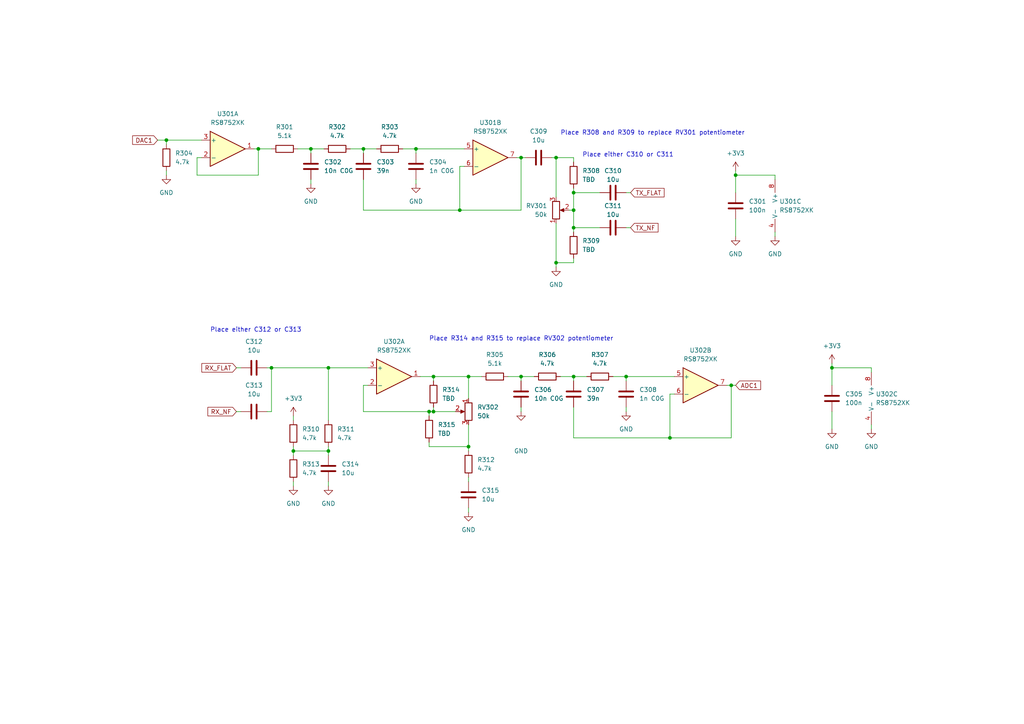
<source format=kicad_sch>
(kicad_sch (version 20211123) (generator eeschema)
  (paper "A4")
  (title_block (title "Bosch KF163 control") (date "2022-01-21") (rev "1") (company "Robin Olejnik") (comment 2 "License: MIT") (comment 3 "www.robinolejnik.com") (comment 4 "https://github.com/robinolejnik/bosch-kf163-control"))
  (lib_symbols
    (symbol "Amplifier_Operational:MCP6002-xSN" (pin_names (offset 0.127))
      (property "Reference" "U" (at 0 5.08 0))
      (property "Value" "MCP6002-xSN" (at 0 -5.08 0))
      (symbol "MCP6002-xSN_1_1"
        (polyline (pts (xy -5.08 5.08) (xy 5.08 0) (xy -5.08 -5.08) (xy -5.08 5.08)) (stroke (width 0.254)) (fill (type background)))
        (pin output line (at 7.62 0 180) (length 2.54) (name "~") (number "1"))
        (pin input line (at -7.62 -2.54 0) (length 2.54) (name "-") (number "2"))
        (pin input line (at -7.62 2.54 0) (length 2.54) (name "+") (number "3"))
      )
      (symbol "MCP6002-xSN_2_1"
        (polyline (pts (xy -5.08 5.08) (xy 5.08 0) (xy -5.08 -5.08) (xy -5.08 5.08)) (stroke (width 0.254)) (fill (type background)))
        (pin input line (at -7.62 2.54 0) (length 2.54) (name "+") (number "5"))
        (pin input line (at -7.62 -2.54 0) (length 2.54) (name "-") (number "6"))
        (pin output line (at 7.62 0 180) (length 2.54) (name "~") (number "7"))
      )
      (symbol "MCP6002-xSN_3_1"
        (pin power_in line (at -2.54 -7.62 90) (length 3.81) (name "V-") (number "4"))
        (pin power_in line (at -2.54 7.62 270) (length 3.81) (name "V+") (number "8"))
      )
    )
    (symbol "Device:C" (pin_numbers hide) (pin_names (offset 0.254))
      (property "Reference" "C" (at 0.635 2.54 0))
      (property "Value" "C" (at 0.635 -2.54 0))
      (symbol "C_0_1"
        (polyline (pts (xy -2.032 -0.762) (xy 2.032 -0.762)) (stroke (width 0.508)))
        (polyline (pts (xy -2.032 0.762) (xy 2.032 0.762)) (stroke (width 0.508)))
      )
      (symbol "C_1_1"
        (pin passive line (at 0 3.81 270) (length 2.794) (name "~") (number "1"))
        (pin passive line (at 0 -3.81 90) (length 2.794) (name "~") (number "2"))
      )
    )
    (symbol "Device:R" (pin_numbers hide) (pin_names (offset 0))
      (property "Reference" "R" (at 2.032 0 90))
      (property "Value" "R" (at 0 0 90))
      (symbol "R_0_1"
        (rectangle (start -1.016 -2.54) (end 1.016 2.54) (stroke (width 0.254)))
      )
      (symbol "R_1_1"
        (pin passive line (at 0 3.81 270) (length 1.27) (name "~") (number "1"))
        (pin passive line (at 0 -3.81 90) (length 1.27) (name "~") (number "2"))
      )
    )
    (symbol "Device:R_Potentiometer" (pin_names (offset 1.016) hide)
      (property "Reference" "RV" (at -4.445 0 90))
      (property "Value" "R_Potentiometer" (at -2.54 0 90))
      (symbol "R_Potentiometer_0_1"
        (polyline (pts (xy 2.54 0) (xy 1.524 0)))
        (polyline (pts (xy 1.143 0) (xy 2.286 0.508) (xy 2.286 -0.508) (xy 1.143 0)) (fill (type outline)))
        (rectangle (start 1.016 2.54) (end -1.016 -2.54) (stroke (width 0.254)))
      )
      (symbol "R_Potentiometer_1_1"
        (pin passive line (at 0 3.81 270) (length 1.27) (name "1") (number "1"))
        (pin passive line (at 3.81 0 180) (length 1.27) (name "2") (number "2"))
        (pin passive line (at 0 -3.81 90) (length 1.27) (name "3") (number "3"))
      )
    )
    (symbol "power:+3.3V" (power) (pin_names (offset 0))
      (property "Value" "+3.3V" (at 0 3.556 0))
      (symbol "+3.3V_0_1"
        (polyline (pts (xy -0.762 1.27) (xy 0 2.54)))
        (polyline (pts (xy 0 0) (xy 0 2.54)))
        (polyline (pts (xy 0 2.54) (xy 0.762 1.27)))
      )
      (symbol "+3.3V_1_1"
        (pin power_in line (at 0 0 90) (length 0) hide (name "+3V3") (number "1"))
      )
    )
    (symbol "power:GND" (power) (pin_names (offset 0))
      (property "Value" "GND" (at 0 -3.81 0))
      (symbol "GND_0_1"
        (polyline (pts (xy 0 0) (xy 0 -1.27) (xy 1.27 -1.27) (xy 0 -2.54) (xy -1.27 -1.27) (xy 0 -1.27)))
      )
      (symbol "GND_1_1"
        (pin power_in line (at 0 0 270) (length 0) hide (name "GND") (number "1"))
      )
    )
  )
  (junction (at 120.65 43.18))
  (junction (at 95.25 106.68))
  (junction (at 135.89 109.22))
  (junction (at 78.74 106.68))
  (junction (at 161.29 45.72))
  (junction (at 105.41 43.18))
  (junction (at 133.35 60.96))
  (junction (at 166.37 55.88))
  (junction (at 48.26 40.64))
  (junction (at 181.61 109.22))
  (junction (at 151.13 109.22))
  (junction (at 213.36 50.8))
  (junction (at 151.13 45.72))
  (junction (at 241.3 106.68))
  (junction (at 166.37 109.22))
  (junction (at 95.25 130.81))
  (junction (at 74.93 43.18))
  (junction (at 161.29 76.2))
  (junction (at 212.09 111.76))
  (junction (at 124.46 119.38))
  (junction (at 90.17 43.18))
  (junction (at 125.73 119.38))
  (junction (at 166.37 60.96))
  (junction (at 135.89 129.54))
  (junction (at 85.09 130.81))
  (junction (at 194.31 127))
  (junction (at 166.37 66.04))
  (junction (at 125.73 109.22))
  (wire (pts (xy 85.09 140.97) (xy 85.09 139.7)))
  (wire (pts (xy 151.13 60.96) (xy 133.35 60.96)))
  (wire (pts (xy 124.46 119.38) (xy 124.46 120.65)))
  (wire (pts (xy 74.93 50.8) (xy 74.93 43.18)))
  (wire (pts (xy 135.89 109.22) (xy 139.7 109.22)))
  (wire (pts (xy 120.65 43.18) (xy 134.62 43.18)))
  (wire (pts (xy 95.25 106.68) (xy 106.68 106.68)))
  (wire (pts (xy 161.29 45.72) (xy 166.37 45.72)))
  (wire (pts (xy 78.74 119.38) (xy 78.74 106.68)))
  (wire (pts (xy 77.47 119.38) (xy 78.74 119.38)))
  (wire (pts (xy 58.42 45.72) (xy 57.15 45.72)))
  (wire (pts (xy 78.74 106.68) (xy 95.25 106.68)))
  (wire (pts (xy 85.09 120.65) (xy 85.09 121.92)))
  (wire (pts (xy 125.73 118.11) (xy 125.73 119.38)))
  (wire (pts (xy 120.65 53.34) (xy 120.65 52.07)))
  (wire (pts (xy 124.46 128.27) (xy 124.46 129.54)))
  (wire (pts (xy 166.37 118.11) (xy 166.37 127)))
  (wire (pts (xy 252.73 123.19) (xy 252.73 124.46)))
  (wire (pts (xy 151.13 109.22) (xy 154.94 109.22)))
  (wire (pts (xy 68.58 119.38) (xy 69.85 119.38)))
  (wire (pts (xy 135.89 148.59) (xy 135.89 147.32)))
  (wire (pts (xy 105.41 119.38) (xy 124.46 119.38)))
  (wire (pts (xy 116.84 43.18) (xy 120.65 43.18)))
  (wire (pts (xy 166.37 54.61) (xy 166.37 55.88)))
  (wire (pts (xy 74.93 43.18) (xy 78.74 43.18)))
  (wire (pts (xy 212.09 111.76) (xy 213.36 111.76)))
  (wire (pts (xy 166.37 109.22) (xy 166.37 110.49)))
  (wire (pts (xy 166.37 109.22) (xy 170.18 109.22)))
  (wire (pts (xy 213.36 68.58) (xy 213.36 63.5)))
  (wire (pts (xy 194.31 114.3) (xy 195.58 114.3)))
  (wire (pts (xy 224.79 50.8) (xy 213.36 50.8)))
  (wire (pts (xy 151.13 109.22) (xy 151.13 110.49)))
  (wire (pts (xy 241.3 106.68) (xy 241.3 111.76)))
  (wire (pts (xy 252.73 107.95) (xy 252.73 106.68)))
  (wire (pts (xy 85.09 130.81) (xy 95.25 130.81)))
  (wire (pts (xy 121.92 109.22) (xy 125.73 109.22)))
  (wire (pts (xy 166.37 55.88) (xy 173.99 55.88)))
  (wire (pts (xy 160.02 45.72) (xy 161.29 45.72)))
  (wire (pts (xy 212.09 111.76) (xy 212.09 127)))
  (wire (pts (xy 135.89 109.22) (xy 135.89 115.57)))
  (wire (pts (xy 90.17 43.18) (xy 90.17 44.45)))
  (wire (pts (xy 124.46 119.38) (xy 125.73 119.38)))
  (wire (pts (xy 95.25 129.54) (xy 95.25 130.81)))
  (wire (pts (xy 135.89 129.54) (xy 135.89 130.81)))
  (wire (pts (xy 213.36 50.8) (xy 213.36 55.88)))
  (wire (pts (xy 125.73 109.22) (xy 135.89 109.22)))
  (wire (pts (xy 166.37 127) (xy 194.31 127)))
  (wire (pts (xy 166.37 66.04) (xy 166.37 67.31)))
  (wire (pts (xy 241.3 124.46) (xy 241.3 119.38)))
  (wire (pts (xy 90.17 43.18) (xy 93.98 43.18)))
  (wire (pts (xy 124.46 129.54) (xy 135.89 129.54)))
  (wire (pts (xy 213.36 49.53) (xy 213.36 50.8)))
  (wire (pts (xy 162.56 109.22) (xy 166.37 109.22)))
  (wire (pts (xy 165.1 60.96) (xy 166.37 60.96)))
  (wire (pts (xy 48.26 40.64) (xy 58.42 40.64)))
  (wire (pts (xy 101.6 43.18) (xy 105.41 43.18)))
  (wire (pts (xy 161.29 64.77) (xy 161.29 76.2)))
  (wire (pts (xy 147.32 109.22) (xy 151.13 109.22)))
  (wire (pts (xy 85.09 129.54) (xy 85.09 130.81)))
  (wire (pts (xy 181.61 119.38) (xy 181.61 118.11)))
  (wire (pts (xy 105.41 43.18) (xy 109.22 43.18)))
  (wire (pts (xy 133.35 60.96) (xy 133.35 48.26)))
  (wire (pts (xy 120.65 43.18) (xy 120.65 44.45)))
  (wire (pts (xy 125.73 119.38) (xy 132.08 119.38)))
  (wire (pts (xy 86.36 43.18) (xy 90.17 43.18)))
  (wire (pts (xy 105.41 60.96) (xy 133.35 60.96)))
  (wire (pts (xy 241.3 105.41) (xy 241.3 106.68)))
  (wire (pts (xy 85.09 130.81) (xy 85.09 132.08)))
  (wire (pts (xy 77.47 106.68) (xy 78.74 106.68)))
  (wire (pts (xy 182.88 55.88) (xy 181.61 55.88)))
  (wire (pts (xy 161.29 76.2) (xy 161.29 77.47)))
  (wire (pts (xy 95.25 106.68) (xy 95.25 121.92)))
  (wire (pts (xy 161.29 45.72) (xy 161.29 57.15)))
  (wire (pts (xy 68.58 106.68) (xy 69.85 106.68)))
  (wire (pts (xy 45.72 40.64) (xy 48.26 40.64)))
  (wire (pts (xy 149.86 45.72) (xy 151.13 45.72)))
  (wire (pts (xy 48.26 40.64) (xy 48.26 41.91)))
  (wire (pts (xy 166.37 74.93) (xy 166.37 76.2)))
  (wire (pts (xy 48.26 50.8) (xy 48.26 49.53)))
  (wire (pts (xy 166.37 66.04) (xy 173.99 66.04)))
  (wire (pts (xy 105.41 52.07) (xy 105.41 60.96)))
  (wire (pts (xy 105.41 111.76) (xy 105.41 119.38)))
  (wire (pts (xy 252.73 106.68) (xy 241.3 106.68)))
  (wire (pts (xy 105.41 43.18) (xy 105.41 44.45)))
  (wire (pts (xy 181.61 109.22) (xy 181.61 110.49)))
  (wire (pts (xy 74.93 43.18) (xy 73.66 43.18)))
  (wire (pts (xy 57.15 50.8) (xy 74.93 50.8)))
  (wire (pts (xy 166.37 60.96) (xy 166.37 66.04)))
  (wire (pts (xy 151.13 45.72) (xy 152.4 45.72)))
  (wire (pts (xy 133.35 48.26) (xy 134.62 48.26)))
  (wire (pts (xy 151.13 45.72) (xy 151.13 60.96)))
  (wire (pts (xy 57.15 45.72) (xy 57.15 50.8)))
  (wire (pts (xy 224.79 52.07) (xy 224.79 50.8)))
  (wire (pts (xy 182.88 66.04) (xy 181.61 66.04)))
  (wire (pts (xy 181.61 109.22) (xy 195.58 109.22)))
  (wire (pts (xy 125.73 109.22) (xy 125.73 110.49)))
  (wire (pts (xy 166.37 45.72) (xy 166.37 46.99)))
  (wire (pts (xy 194.31 127) (xy 194.31 114.3)))
  (wire (pts (xy 95.25 130.81) (xy 95.25 132.08)))
  (wire (pts (xy 177.8 109.22) (xy 181.61 109.22)))
  (wire (pts (xy 166.37 55.88) (xy 166.37 60.96)))
  (wire (pts (xy 166.37 76.2) (xy 161.29 76.2)))
  (wire (pts (xy 210.82 111.76) (xy 212.09 111.76)))
  (wire (pts (xy 135.89 123.19) (xy 135.89 129.54)))
  (wire (pts (xy 151.13 119.38) (xy 151.13 118.11)))
  (wire (pts (xy 106.68 111.76) (xy 105.41 111.76)))
  (wire (pts (xy 95.25 140.97) (xy 95.25 139.7)))
  (wire (pts (xy 224.79 67.31) (xy 224.79 68.58)))
  (wire (pts (xy 90.17 53.34) (xy 90.17 52.07)))
  (wire (pts (xy 212.09 127) (xy 194.31 127)))
  (wire (pts (xy 135.89 138.43) (xy 135.89 139.7)))
  (text "Place R308 and R309 to replace RV301 potentiometer" (at 162.56 39.37 0) (effects (font (size 1.27 1.27)) (justify left bottom)))
  (text "Place either C310 or C311" (at 168.91 45.72 0) (effects (font (size 1.27 1.27)) (justify left bottom)))
  (text "Place R314 and R315 to replace RV302 potentiometer" (at 124.46 99.06 0) (effects (font (size 1.27 1.27)) (justify left bottom)))
  (text "Place either C312 or C313" (at 60.96 96.52 0) (effects (font (size 1.27 1.27)) (justify left bottom)))
  (global_label "RX_NF" (shape input) (at 68.58 119.38 180) (property "Intersheet References" "${INTERSHEET_REFS}" (effects hide)))
  (global_label "TX_FLAT" (shape input) (at 182.88 55.88 0) (property "Intersheet References" "${INTERSHEET_REFS}" (effects hide)))
  (global_label "ADC1" (shape input) (at 213.36 111.76 0) (property "Intersheet References" "${INTERSHEET_REFS}" (effects hide)))
  (global_label "TX_NF" (shape input) (at 182.88 66.04 0) (property "Intersheet References" "${INTERSHEET_REFS}" (effects hide)))
  (global_label "DAC1" (shape input) (at 45.72 40.64 180) (property "Intersheet References" "${INTERSHEET_REFS}" (effects hide)))
  (global_label "RX_FLAT" (shape input) (at 68.58 106.68 180) (property "Intersheet References" "${INTERSHEET_REFS}" (effects hide)))
  (symbol (lib_id "power:GND") (at 151.13 119.38 0) (unit 1)
    (property "Reference" "#PWR0308" (effects hide))
    (property "Value" "GND" (at 151.13 130.81 0))
  )
  (symbol (lib_id "power:+3.3V") (at 213.36 49.53 0) (unit 1)
    (property "Reference" "#PWR0301" (effects hide))
    (property "Value" "+3.3V" (at 213.36 44.45 0))
  )
  (symbol (lib_id "Device:R") (at 158.75 109.22 90) (unit 1)
    (property "Reference" "R306" (at 158.75 102.87 90))
    (property "Value" "4.7k" (at 158.75 105.41 90))
    (property "Footprint" "Resistor_SMD:R_0603_1608Metric" (effects hide))
    (property "LCSC" "C105428" (effects hide))
    (property "variant" "Audio" (effects hide))
  )
  (symbol (lib_id "Device:R") (at 85.09 125.73 180) (unit 1)
    (property "Reference" "R310" (at 87.63 124.4599 0) (effects (justify right)))
    (property "Value" "4.7k" (at 87.63 126.9999 0) (effects (justify right)))
    (property "Footprint" "Resistor_SMD:R_0603_1608Metric" (effects hide))
    (property "LCSC" "C105428" (effects hide))
    (property "variant" "Audio" (effects hide))
  )
  (symbol (lib_id "Device:R_Potentiometer") (at 135.89 119.38 0) (mirror y) (unit 1)
    (property "Reference" "RV302" (at 138.43 118.1099 0) (effects (justify right)))
    (property "Value" "50k" (at 138.43 120.6499 0) (effects (justify right)))
    (property "Footprint" "Potentiometer_SMD:Potentiometer_Bourns_TC33X_Vertical" (effects hide))
    (property "Datasheet" "https://datasheet.lcsc.com/lcsc/1810170426_HDK-Hokuriku-Elec-Industry-VG039NCHXTB503_C145161.pdf" (effects hide))
    (property "LCSC" "C145161" (effects hide))
    (property "variant" "Audio" (effects hide))
  )
  (symbol (lib_id "Device:R") (at 85.09 135.89 180) (unit 1)
    (property "Reference" "R313" (at 87.63 134.6199 0) (effects (justify right)))
    (property "Value" "4.7k" (at 87.63 137.1599 0) (effects (justify right)))
    (property "Footprint" "Resistor_SMD:R_0603_1608Metric" (effects hide))
    (property "LCSC" "C105428" (effects hide))
    (property "variant" "Audio" (effects hide))
  )
  (symbol (lib_id "power:+3.3V") (at 241.3 105.41 0) (unit 1)
    (property "Reference" "#PWR0307" (effects hide))
    (property "Value" "+3.3V" (at 241.3 100.33 0))
  )
  (symbol (lib_id "Device:C") (at 105.41 48.26 0) (unit 1)
    (property "Reference" "C303" (at 109.22 46.9899 0) (effects (justify left)))
    (property "Value" "39n" (at 109.22 49.5299 0) (effects (justify left)))
    (property "Footprint" "Capacitor_SMD:C_0603_1608Metric" (effects hide))
    (property "LCSC" "C107091" (effects hide))
    (property "variant" "Audio" (effects hide))
  )
  (symbol (lib_id "Device:C") (at 135.89 143.51 0) (unit 1)
    (property "Reference" "C315" (at 139.7 142.2399 0) (effects (justify left)))
    (property "Value" "10u" (at 139.7 144.7799 0) (effects (justify left)))
    (property "Footprint" "Capacitor_SMD:C_0603_1608Metric" (effects hide))
    (property "LCSC" "C2922482" (effects hide))
    (property "variant" "Audio" (effects hide))
  )
  (symbol (lib_id "Device:C") (at 177.8 55.88 90) (unit 1)
    (property "Reference" "C310" (at 177.8 49.53 90))
    (property "Value" "10u" (at 177.8 52.07 90))
    (property "Footprint" "Capacitor_SMD:C_0603_1608Metric" (effects hide))
    (property "LCSC" "C2922482" (effects hide))
    (property "variant" "Audio" (effects hide))
  )
  (symbol (lib_id "Amplifier_Operational:MCP6002-xSN") (at 66.04 43.18 0) (unit 1)
    (property "Reference" "U301" (at 66.04 33.02 0))
    (property "Value" "RS8752XK" (at 66.04 35.56 0))
    (property "Footprint" "Package_SO:SOIC-8_3.9x4.9mm_P1.27mm" (effects hide))
    (property "Datasheet" "https://datasheet.lcsc.com/lcsc/2010160333_Jiangsu-RUNIC-Tech-RS8752XK_C236994.pdf" (effects hide))
    (property "LCSC" "C236994" (effects hide))
    (property "variant" "Audio" (effects hide))
  )
  (symbol (lib_id "power:GND") (at 120.65 53.34 0) (unit 1)
    (property "Reference" "#PWR0304" (effects hide))
    (property "Value" "GND" (at 120.65 58.42 0))
  )
  (symbol (lib_id "Device:R_Potentiometer") (at 161.29 60.96 0) (mirror x) (unit 1)
    (property "Reference" "RV301" (at 158.75 59.6899 0) (effects (justify right)))
    (property "Value" "50k" (at 158.75 62.2299 0) (effects (justify right)))
    (property "Footprint" "Potentiometer_SMD:Potentiometer_Bourns_TC33X_Vertical" (effects hide))
    (property "Datasheet" "https://datasheet.lcsc.com/lcsc/1810170426_HDK-Hokuriku-Elec-Industry-VG039NCHXTB503_C145161.pdf" (effects hide))
    (property "LCSC" "C145161" (effects hide))
    (property "variant" "Audio" (effects hide))
  )
  (symbol (lib_id "Device:R") (at 124.46 124.46 180) (unit 1)
    (property "Reference" "R315" (at 127 123.1899 0) (effects (justify right)))
    (property "Value" "TBD" (at 127 125.7299 0) (effects (justify right)))
    (property "Footprint" "Resistor_SMD:R_0603_1608Metric" (effects hide))
    (property "DNP" "DNP" (effects hide))
    (property "variant" "Audio" (effects hide))
  )
  (symbol (lib_id "power:GND") (at 48.26 50.8 0) (unit 1)
    (property "Reference" "#PWR0302" (effects hide))
    (property "Value" "GND" (at 48.26 55.88 0))
  )
  (symbol (lib_id "power:GND") (at 135.89 148.59 0) (unit 1)
    (property "Reference" "#PWR0316" (effects hide))
    (property "Value" "GND" (at 135.89 153.67 0))
  )
  (symbol (lib_id "Device:R") (at 82.55 43.18 90) (unit 1)
    (property "Reference" "R301" (at 82.55 36.83 90))
    (property "Value" "5.1k" (at 82.55 39.37 90))
    (property "Footprint" "Resistor_SMD:R_0603_1608Metric" (effects hide))
    (property "LCSC" "C23186" (effects hide))
    (property "variant" "Audio" (effects hide))
  )
  (symbol (lib_id "Device:R") (at 166.37 50.8 180) (unit 1)
    (property "Reference" "R308" (at 168.91 49.5299 0) (effects (justify right)))
    (property "Value" "TBD" (at 168.91 52.0699 0) (effects (justify right)))
    (property "Footprint" "Resistor_SMD:R_0603_1608Metric" (effects hide))
    (property "DNP" "DNP" (effects hide))
    (property "variant" "Audio" (effects hide))
  )
  (symbol (lib_id "Amplifier_Operational:MCP6002-xSN") (at 255.27 115.57 0) (unit 3)
    (property "Reference" "U302" (at 254 114.2999 0) (effects (justify left)))
    (property "Value" "RS8752XK" (at 254 116.8399 0) (effects (justify left)))
    (property "Footprint" "Package_SO:SOIC-8_3.9x4.9mm_P1.27mm" (effects hide))
    (property "Datasheet" "https://datasheet.lcsc.com/lcsc/2010160333_Jiangsu-RUNIC-Tech-RS8752XK_C236994.pdf" (effects hide))
    (property "LCSC" "C236994" (effects hide))
    (property "variant" "Audio" (effects hide))
  )
  (symbol (lib_id "Device:R") (at 113.03 43.18 90) (unit 1)
    (property "Reference" "R303" (at 113.03 36.83 90))
    (property "Value" "4.7k" (at 113.03 39.37 90))
    (property "Footprint" "Resistor_SMD:R_0603_1608Metric" (effects hide))
    (property "LCSC" "C105428" (effects hide))
    (property "variant" "Audio" (effects hide))
  )
  (symbol (lib_id "Device:R") (at 48.26 45.72 180) (unit 1)
    (property "Reference" "R304" (at 50.8 44.4499 0) (effects (justify right)))
    (property "Value" "4.7k" (at 50.8 46.9899 0) (effects (justify right)))
    (property "Footprint" "Resistor_SMD:R_0603_1608Metric" (effects hide))
    (property "LCSC" "C105428" (effects hide))
    (property "variant" "Audio" (effects hide))
  )
  (symbol (lib_id "Device:C") (at 90.17 48.26 0) (unit 1)
    (property "Reference" "C302" (at 93.98 46.9899 0) (effects (justify left)))
    (property "Value" "10n C0G" (at 93.98 49.5299 0) (effects (justify left)))
    (property "Footprint" "Capacitor_SMD:C_0603_1608Metric" (effects hide))
    (property "LCSC" "C389113" (effects hide))
    (property "variant" "Audio" (effects hide))
  )
  (symbol (lib_id "Device:C") (at 156.21 45.72 90) (unit 1)
    (property "Reference" "C309" (at 156.21 38.1 90))
    (property "Value" "10u" (at 156.21 40.64 90))
    (property "Footprint" "Capacitor_SMD:C_0603_1608Metric" (effects hide))
    (property "LCSC" "C2922482" (effects hide))
    (property "variant" "Audio" (effects hide))
  )
  (symbol (lib_id "Device:R") (at 166.37 71.12 180) (unit 1)
    (property "Reference" "R309" (at 168.91 69.8499 0) (effects (justify right)))
    (property "Value" "TBD" (at 168.91 72.3899 0) (effects (justify right)))
    (property "Footprint" "Resistor_SMD:R_0603_1608Metric" (effects hide))
    (property "DNP" "DNP" (effects hide))
    (property "variant" "Audio" (effects hide))
  )
  (symbol (lib_id "Device:C") (at 181.61 114.3 0) (unit 1)
    (property "Reference" "C308" (at 185.42 113.0299 0) (effects (justify left)))
    (property "Value" "1n C0G" (at 185.42 115.5699 0) (effects (justify left)))
    (property "Footprint" "Capacitor_SMD:C_0603_1608Metric" (effects hide))
    (property "LCSC" "C106246" (effects hide))
    (property "variant" "Audio" (effects hide))
  )
  (symbol (lib_id "Device:R") (at 95.25 125.73 180) (unit 1)
    (property "Reference" "R311" (at 97.79 124.4599 0) (effects (justify right)))
    (property "Value" "4.7k" (at 97.79 126.9999 0) (effects (justify right)))
    (property "Footprint" "Resistor_SMD:R_0603_1608Metric" (effects hide))
    (property "LCSC" "C105428" (effects hide))
    (property "variant" "Audio" (effects hide))
  )
  (symbol (lib_id "power:GND") (at 85.09 140.97 0) (unit 1)
    (property "Reference" "#PWR0314" (effects hide))
    (property "Value" "GND" (at 85.09 146.05 0))
  )
  (symbol (lib_id "power:GND") (at 241.3 124.46 0) (unit 1)
    (property "Reference" "#PWR0310" (effects hide))
    (property "Value" "GND" (at 241.3 129.54 0))
  )
  (symbol (lib_id "Amplifier_Operational:MCP6002-xSN") (at 142.24 45.72 0) (unit 2)
    (property "Reference" "U301" (at 142.24 35.56 0))
    (property "Value" "RS8752XK" (at 142.24 38.1 0))
    (property "Footprint" "Package_SO:SOIC-8_3.9x4.9mm_P1.27mm" (effects hide))
    (property "Datasheet" "https://datasheet.lcsc.com/lcsc/2010160333_Jiangsu-RUNIC-Tech-RS8752XK_C236994.pdf" (effects hide))
    (property "LCSC" "C236994" (effects hide))
    (property "variant" "Audio" (effects hide))
  )
  (symbol (lib_id "Device:R") (at 125.73 114.3 180) (unit 1)
    (property "Reference" "R314" (at 128.27 113.0299 0) (effects (justify right)))
    (property "Value" "TBD" (at 128.27 115.5699 0) (effects (justify right)))
    (property "Footprint" "Resistor_SMD:R_0603_1608Metric" (effects hide))
    (property "DNP" "DNP" (effects hide))
    (property "variant" "Audio" (effects hide))
  )
  (symbol (lib_id "power:GND") (at 213.36 68.58 0) (unit 1)
    (property "Reference" "#PWR0305" (effects hide))
    (property "Value" "GND" (at 213.36 73.66 0))
  )
  (symbol (lib_id "power:GND") (at 252.73 124.46 0) (unit 1)
    (property "Reference" "#PWR0311" (effects hide))
    (property "Value" "GND" (at 252.73 129.54 0))
  )
  (symbol (lib_id "Device:R") (at 173.99 109.22 90) (unit 1)
    (property "Reference" "R307" (at 173.99 102.87 90))
    (property "Value" "4.7k" (at 173.99 105.41 90))
    (property "Footprint" "Resistor_SMD:R_0603_1608Metric" (effects hide))
    (property "LCSC" "C105428" (effects hide))
    (property "variant" "Audio" (effects hide))
  )
  (symbol (lib_id "Device:C") (at 151.13 114.3 0) (unit 1)
    (property "Reference" "C306" (at 154.94 113.0299 0) (effects (justify left)))
    (property "Value" "10n C0G" (at 154.94 115.5699 0) (effects (justify left)))
    (property "Footprint" "Capacitor_SMD:C_0603_1608Metric" (effects hide))
    (property "LCSC" "C389113" (effects hide))
    (property "variant" "Audio" (effects hide))
  )
  (symbol (lib_id "Amplifier_Operational:MCP6002-xSN") (at 203.2 111.76 0) (unit 2)
    (property "Reference" "U302" (at 203.2 101.6 0))
    (property "Value" "RS8752XK" (at 203.2 104.14 0))
    (property "Footprint" "Package_SO:SOIC-8_3.9x4.9mm_P1.27mm" (effects hide))
    (property "Datasheet" "https://datasheet.lcsc.com/lcsc/2010160333_Jiangsu-RUNIC-Tech-RS8752XK_C236994.pdf" (effects hide))
    (property "LCSC" "C236994" (effects hide))
    (property "variant" "Audio" (effects hide))
  )
  (symbol (lib_id "power:+3.3V") (at 85.09 120.65 0) (unit 1)
    (property "Reference" "#PWR0313" (effects hide))
    (property "Value" "+3.3V" (at 85.09 115.57 0))
  )
  (symbol (lib_id "Device:C") (at 177.8 66.04 90) (unit 1)
    (property "Reference" "C311" (at 177.8 59.69 90))
    (property "Value" "10u" (at 177.8 62.23 90))
    (property "Footprint" "Capacitor_SMD:C_0603_1608Metric" (effects hide))
    (property "LCSC" "C2922482" (effects hide))
    (property "variant" "Audio" (effects hide))
  )
  (symbol (lib_id "Device:C") (at 73.66 119.38 90) (unit 1)
    (property "Reference" "C313" (at 73.66 111.76 90))
    (property "Value" "10u" (at 73.66 114.3 90))
    (property "Footprint" "Capacitor_SMD:C_0603_1608Metric" (effects hide))
    (property "LCSC" "C2922482" (effects hide))
    (property "variant" "Audio" (effects hide))
  )
  (symbol (lib_id "Device:C") (at 73.66 106.68 90) (unit 1)
    (property "Reference" "C312" (at 73.66 99.06 90))
    (property "Value" "10u" (at 73.66 101.6 90))
    (property "Footprint" "Capacitor_SMD:C_0603_1608Metric" (effects hide))
    (property "LCSC" "C2922482" (effects hide))
    (property "variant" "Audio" (effects hide))
  )
  (symbol (lib_id "Device:C") (at 120.65 48.26 0) (unit 1)
    (property "Reference" "C304" (at 124.46 46.9899 0) (effects (justify left)))
    (property "Value" "1n C0G" (at 124.46 49.5299 0) (effects (justify left)))
    (property "Footprint" "Capacitor_SMD:C_0603_1608Metric" (effects hide))
    (property "LCSC" "C106246" (effects hide))
    (property "variant" "Audio" (effects hide))
  )
  (symbol (lib_id "power:GND") (at 161.29 77.47 0) (unit 1)
    (property "Reference" "#PWR0312" (effects hide))
    (property "Value" "GND" (at 161.29 82.55 0))
  )
  (symbol (lib_id "Device:C") (at 213.36 59.69 0) (unit 1)
    (property "Reference" "C301" (at 217.17 58.4199 0) (effects (justify left)))
    (property "Value" "100n" (at 217.17 60.9599 0) (effects (justify left)))
    (property "Footprint" "Capacitor_SMD:C_0603_1608Metric" (effects hide))
    (property "LCSC" "C14663" (effects hide))
    (property "variant" "Audio" (effects hide))
  )
  (symbol (lib_id "Device:C") (at 95.25 135.89 0) (unit 1)
    (property "Reference" "C314" (at 99.06 134.6199 0) (effects (justify left)))
    (property "Value" "10u" (at 99.06 137.1599 0) (effects (justify left)))
    (property "Footprint" "Capacitor_SMD:C_0603_1608Metric" (effects hide))
    (property "LCSC" "C2922482" (effects hide))
    (property "variant" "Audio" (effects hide))
  )
  (symbol (lib_id "Device:R") (at 143.51 109.22 90) (unit 1)
    (property "Reference" "R305" (at 143.51 102.87 90))
    (property "Value" "5.1k" (at 143.51 105.41 90))
    (property "Footprint" "Resistor_SMD:R_0603_1608Metric" (effects hide))
    (property "LCSC" "C23186" (effects hide))
    (property "variant" "Audio" (effects hide))
  )
  (symbol (lib_id "Device:C") (at 241.3 115.57 0) (unit 1)
    (property "Reference" "C305" (at 245.11 114.2999 0) (effects (justify left)))
    (property "Value" "100n" (at 245.11 116.8399 0) (effects (justify left)))
    (property "Footprint" "Capacitor_SMD:C_0603_1608Metric" (effects hide))
    (property "LCSC" "C14663" (effects hide))
    (property "variant" "Audio" (effects hide))
  )
  (symbol (lib_id "Amplifier_Operational:MCP6002-xSN") (at 227.33 59.69 0) (unit 3)
    (property "Reference" "U301" (at 226.06 58.4199 0) (effects (justify left)))
    (property "Value" "RS8752XK" (at 226.06 60.9599 0) (effects (justify left)))
    (property "Footprint" "Package_SO:SOIC-8_3.9x4.9mm_P1.27mm" (effects hide))
    (property "Datasheet" "https://datasheet.lcsc.com/lcsc/2010160333_Jiangsu-RUNIC-Tech-RS8752XK_C236994.pdf" (effects hide))
    (property "LCSC" "C236994" (effects hide))
    (property "variant" "Audio" (effects hide))
  )
  (symbol (lib_id "power:GND") (at 95.25 140.97 0) (unit 1)
    (property "Reference" "#PWR0315" (effects hide))
    (property "Value" "GND" (at 95.25 146.05 0))
  )
  (symbol (lib_id "power:GND") (at 90.17 53.34 0) (unit 1)
    (property "Reference" "#PWR0303" (effects hide))
    (property "Value" "GND" (at 90.17 58.42 0))
  )
  (symbol (lib_id "Amplifier_Operational:MCP6002-xSN") (at 114.3 109.22 0) (unit 1)
    (property "Reference" "U302" (at 114.3 99.06 0))
    (property "Value" "RS8752XK" (at 114.3 101.6 0))
    (property "Footprint" "Package_SO:SOIC-8_3.9x4.9mm_P1.27mm" (effects hide))
    (property "Datasheet" "https://datasheet.lcsc.com/lcsc/2010160333_Jiangsu-RUNIC-Tech-RS8752XK_C236994.pdf" (effects hide))
    (property "LCSC" "C236994" (effects hide))
    (property "variant" "Audio" (effects hide))
  )
  (symbol (lib_id "Device:R") (at 135.89 134.62 180) (unit 1)
    (property "Reference" "R312" (at 138.43 133.3499 0) (effects (justify right)))
    (property "Value" "4.7k" (at 138.43 135.8899 0) (effects (justify right)))
    (property "Footprint" "Resistor_SMD:R_0603_1608Metric" (effects hide))
    (property "LCSC" "C105428" (effects hide))
    (property "variant" "Audio" (effects hide))
  )
  (symbol (lib_id "power:GND") (at 181.61 119.38 0) (unit 1)
    (property "Reference" "#PWR0309" (effects hide))
    (property "Value" "GND" (at 181.61 124.46 0))
  )
  (symbol (lib_id "Device:R") (at 97.79 43.18 90) (unit 1)
    (property "Reference" "R302" (at 97.79 36.83 90))
    (property "Value" "4.7k" (at 97.79 39.37 90))
    (property "Footprint" "Resistor_SMD:R_0603_1608Metric" (effects hide))
    (property "LCSC" "C105428" (effects hide))
    (property "variant" "Audio" (effects hide))
  )
  (symbol (lib_id "Device:C") (at 166.37 114.3 0) (unit 1)
    (property "Reference" "C307" (at 170.18 113.0299 0) (effects (justify left)))
    (property "Value" "39n" (at 170.18 115.5699 0) (effects (justify left)))
    (property "Footprint" "Capacitor_SMD:C_0603_1608Metric" (effects hide))
    (property "LCSC" "C107091" (effects hide))
    (property "variant" "Audio" (effects hide))
  )
  (symbol (lib_id "power:GND") (at 224.79 68.58 0) (unit 1)
    (property "Reference" "#PWR0306" (effects hide))
    (property "Value" "GND" (at 224.79 73.66 0))
  )
)
</source>
